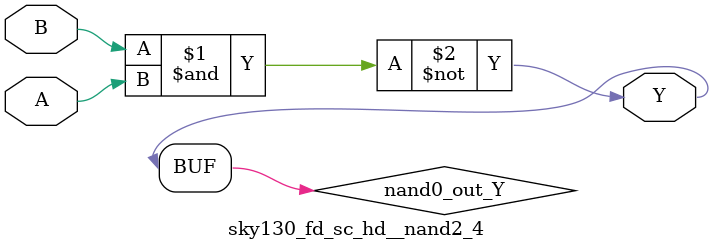
<source format=v>
/*
 * Copyright 2020 The SkyWater PDK Authors
 *
 * Licensed under the Apache License, Version 2.0 (the "License");
 * you may not use this file except in compliance with the License.
 * You may obtain a copy of the License at
 *
 *     https://www.apache.org/licenses/LICENSE-2.0
 *
 * Unless required by applicable law or agreed to in writing, software
 * distributed under the License is distributed on an "AS IS" BASIS,
 * WITHOUT WARRANTIES OR CONDITIONS OF ANY KIND, either express or implied.
 * See the License for the specific language governing permissions and
 * limitations under the License.
 *
 * SPDX-License-Identifier: Apache-2.0
*/


`ifndef SKY130_FD_SC_HD__NAND2_4_FUNCTIONAL_V
`define SKY130_FD_SC_HD__NAND2_4_FUNCTIONAL_V

/**
 * nand2: 2-input NAND.
 *
 * Verilog simulation functional model.
 */

`timescale 1ns / 1ps
`default_nettype none

`celldefine
module sky130_fd_sc_hd__nand2_4 (
    Y,
    A,
    B
);

    // Module ports
    output Y;
    input  A;
    input  B;

    // Local signals
    wire nand0_out_Y;

    //   Name   Output       Other arguments
    nand nand0 (nand0_out_Y, B, A           );
    buf  buf0  (Y          , nand0_out_Y    );

endmodule
`endcelldefine

`default_nettype wire
`endif  // SKY130_FD_SC_HD__NAND2_4_FUNCTIONAL_V

</source>
